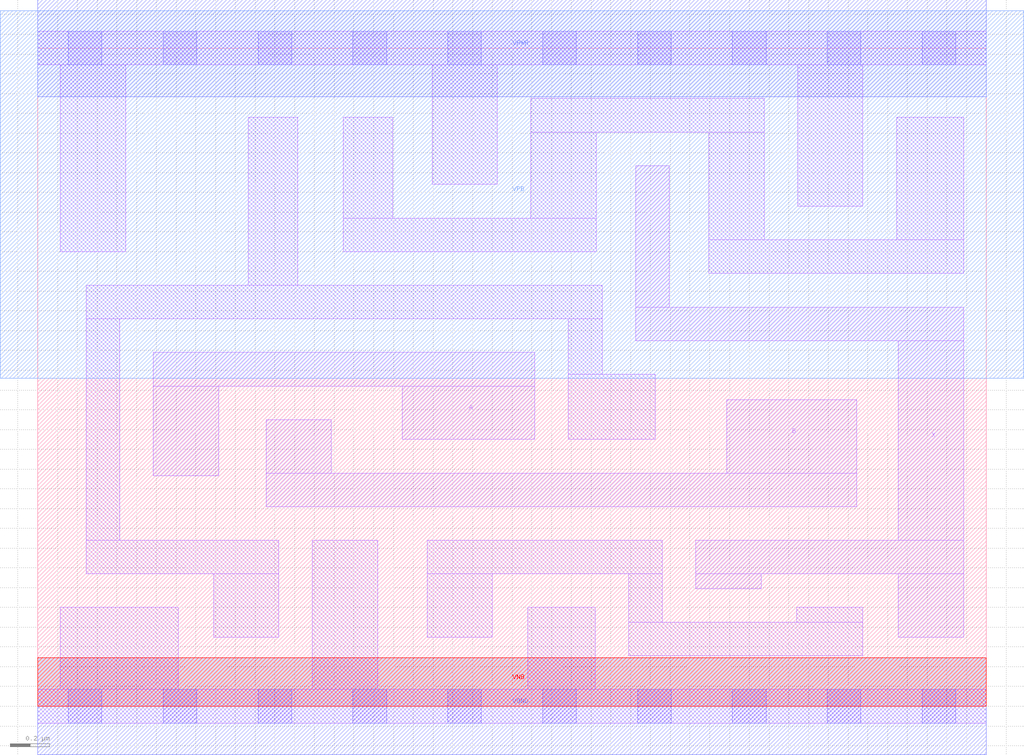
<source format=lef>
# Copyright 2020 The SkyWater PDK Authors
#
# Licensed under the Apache License, Version 2.0 (the "License");
# you may not use this file except in compliance with the License.
# You may obtain a copy of the License at
#
#     https://www.apache.org/licenses/LICENSE-2.0
#
# Unless required by applicable law or agreed to in writing, software
# distributed under the License is distributed on an "AS IS" BASIS,
# WITHOUT WARRANTIES OR CONDITIONS OF ANY KIND, either express or implied.
# See the License for the specific language governing permissions and
# limitations under the License.
#
# SPDX-License-Identifier: Apache-2.0

VERSION 5.7 ;
  NOWIREEXTENSIONATPIN ON ;
  DIVIDERCHAR "/" ;
  BUSBITCHARS "[]" ;
MACRO sky130_fd_sc_ls__xor2_2
  CLASS CORE ;
  FOREIGN sky130_fd_sc_ls__xor2_2 ;
  ORIGIN  0.000000  0.000000 ;
  SIZE  4.800000 BY  3.330000 ;
  SYMMETRY X Y ;
  SITE unit ;
  PIN A
    ANTENNAGATEAREA  0.804000 ;
    DIRECTION INPUT ;
    USE SIGNAL ;
    PORT
      LAYER li1 ;
        RECT 0.585000 1.165000 0.915000 1.620000 ;
        RECT 0.585000 1.620000 2.515000 1.790000 ;
        RECT 1.845000 1.350000 2.515000 1.620000 ;
    END
  END A
  PIN B
    ANTENNAGATEAREA  0.804000 ;
    DIRECTION INPUT ;
    USE SIGNAL ;
    PORT
      LAYER li1 ;
        RECT 1.155000 1.010000 4.145000 1.180000 ;
        RECT 1.155000 1.180000 1.485000 1.450000 ;
        RECT 3.485000 1.180000 4.145000 1.550000 ;
    END
  END B
  PIN X
    ANTENNADIFFAREA  0.754100 ;
    DIRECTION OUTPUT ;
    USE SIGNAL ;
    PORT
      LAYER li1 ;
        RECT 3.025000 1.850000 4.685000 2.020000 ;
        RECT 3.025000 2.020000 3.195000 2.735000 ;
        RECT 3.330000 0.595000 3.660000 0.670000 ;
        RECT 3.330000 0.670000 4.685000 0.840000 ;
        RECT 4.355000 0.350000 4.685000 0.670000 ;
        RECT 4.355000 0.840000 4.685000 1.850000 ;
    END
  END X
  PIN VGND
    DIRECTION INOUT ;
    SHAPE ABUTMENT ;
    USE GROUND ;
    PORT
      LAYER met1 ;
        RECT 0.000000 -0.245000 4.800000 0.245000 ;
    END
  END VGND
  PIN VNB
    DIRECTION INOUT ;
    USE GROUND ;
    PORT
      LAYER pwell ;
        RECT 0.000000 0.000000 4.800000 0.245000 ;
    END
  END VNB
  PIN VPB
    DIRECTION INOUT ;
    USE POWER ;
    PORT
      LAYER nwell ;
        RECT -0.190000 1.660000 4.990000 3.520000 ;
    END
  END VPB
  PIN VPWR
    DIRECTION INOUT ;
    SHAPE ABUTMENT ;
    USE POWER ;
    PORT
      LAYER met1 ;
        RECT 0.000000 3.085000 4.800000 3.575000 ;
    END
  END VPWR
  OBS
    LAYER li1 ;
      RECT 0.000000 -0.085000 4.800000 0.085000 ;
      RECT 0.000000  3.245000 4.800000 3.415000 ;
      RECT 0.115000  0.085000 0.710000 0.500000 ;
      RECT 0.115000  2.300000 0.445000 3.245000 ;
      RECT 0.245000  0.670000 1.220000 0.840000 ;
      RECT 0.245000  0.840000 0.415000 1.960000 ;
      RECT 0.245000  1.960000 2.855000 2.130000 ;
      RECT 0.890000  0.350000 1.220000 0.670000 ;
      RECT 1.065000  2.130000 1.315000 2.980000 ;
      RECT 1.390000  0.085000 1.720000 0.840000 ;
      RECT 1.545000  2.300000 2.825000 2.470000 ;
      RECT 1.545000  2.470000 1.795000 2.980000 ;
      RECT 1.970000  0.350000 2.300000 0.670000 ;
      RECT 1.970000  0.670000 3.160000 0.840000 ;
      RECT 1.995000  2.640000 2.325000 3.245000 ;
      RECT 2.480000  0.085000 2.820000 0.500000 ;
      RECT 2.495000  2.470000 2.825000 2.905000 ;
      RECT 2.495000  2.905000 3.675000 3.075000 ;
      RECT 2.685000  1.350000 3.125000 1.680000 ;
      RECT 2.685000  1.680000 2.855000 1.960000 ;
      RECT 2.990000  0.255000 4.175000 0.425000 ;
      RECT 2.990000  0.425000 3.160000 0.670000 ;
      RECT 3.395000  2.190000 4.685000 2.360000 ;
      RECT 3.395000  2.360000 3.675000 2.905000 ;
      RECT 3.840000  0.425000 4.175000 0.500000 ;
      RECT 3.845000  2.530000 4.175000 3.245000 ;
      RECT 4.345000  2.360000 4.685000 2.980000 ;
    LAYER mcon ;
      RECT 0.155000 -0.085000 0.325000 0.085000 ;
      RECT 0.155000  3.245000 0.325000 3.415000 ;
      RECT 0.635000 -0.085000 0.805000 0.085000 ;
      RECT 0.635000  3.245000 0.805000 3.415000 ;
      RECT 1.115000 -0.085000 1.285000 0.085000 ;
      RECT 1.115000  3.245000 1.285000 3.415000 ;
      RECT 1.595000 -0.085000 1.765000 0.085000 ;
      RECT 1.595000  3.245000 1.765000 3.415000 ;
      RECT 2.075000 -0.085000 2.245000 0.085000 ;
      RECT 2.075000  3.245000 2.245000 3.415000 ;
      RECT 2.555000 -0.085000 2.725000 0.085000 ;
      RECT 2.555000  3.245000 2.725000 3.415000 ;
      RECT 3.035000 -0.085000 3.205000 0.085000 ;
      RECT 3.035000  3.245000 3.205000 3.415000 ;
      RECT 3.515000 -0.085000 3.685000 0.085000 ;
      RECT 3.515000  3.245000 3.685000 3.415000 ;
      RECT 3.995000 -0.085000 4.165000 0.085000 ;
      RECT 3.995000  3.245000 4.165000 3.415000 ;
      RECT 4.475000 -0.085000 4.645000 0.085000 ;
      RECT 4.475000  3.245000 4.645000 3.415000 ;
  END
END sky130_fd_sc_ls__xor2_2
END LIBRARY

</source>
